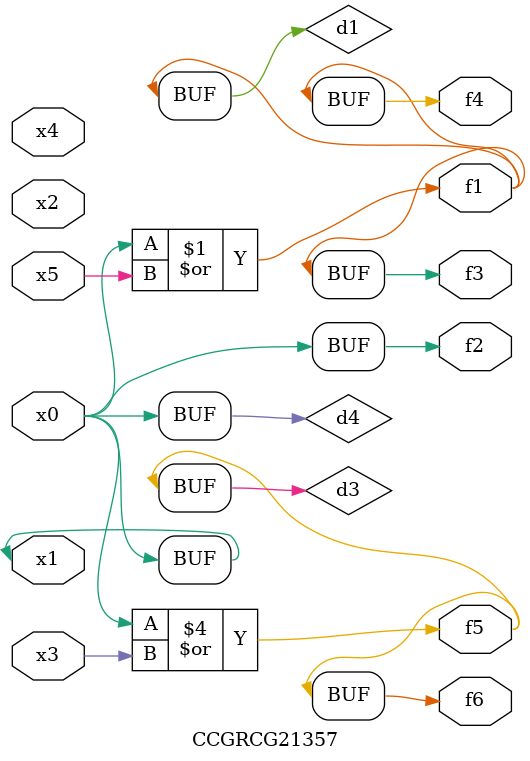
<source format=v>
module CCGRCG21357(
	input x0, x1, x2, x3, x4, x5,
	output f1, f2, f3, f4, f5, f6
);

	wire d1, d2, d3, d4;

	or (d1, x0, x5);
	xnor (d2, x1, x4);
	or (d3, x0, x3);
	buf (d4, x0, x1);
	assign f1 = d1;
	assign f2 = d4;
	assign f3 = d1;
	assign f4 = d1;
	assign f5 = d3;
	assign f6 = d3;
endmodule

</source>
